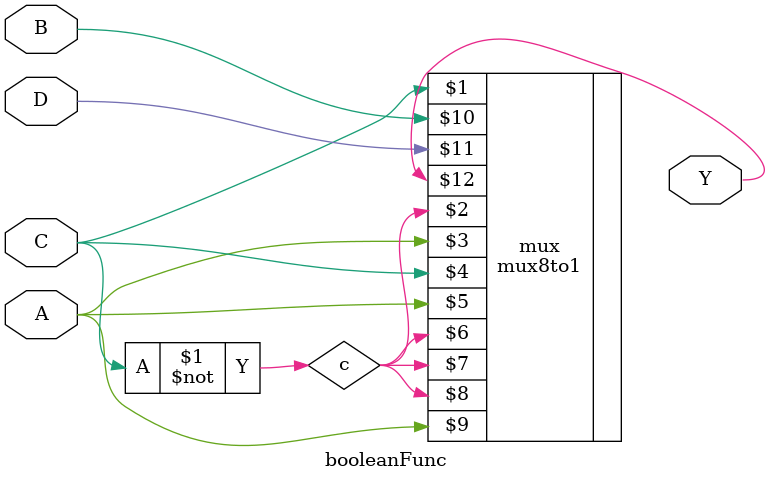
<source format=sv>
`timescale 1ns / 1ps
 
module booleanFunc(input logic A, B, C, D,
                   output Y);
    logic c;
    not notgate(c, C);
    mux8to1 mux(C,c,A,C,A,c,c,c, A, B, D, Y);
endmodule

</source>
